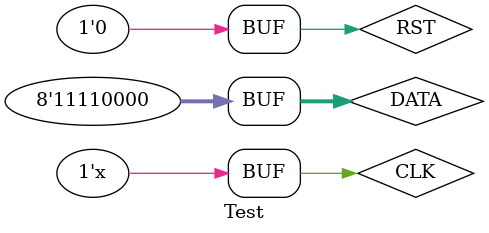
<source format=v>
`timescale 1ns / 1ps


module Test;

	// Inputs
	reg CLK;
	reg RST;
	reg [7:0] DATA;

	// Outputs
	wire TX;
	wire [3:0] count_r;

	// Instantiate the Unit Under Test (UUT)
	UART uut (
		.CLK(CLK), 
		.RST(RST), 
		.DATA(DATA), 
		.TX(TX), 
		.count_r(count_r)
	);

	initial begin
		// Initialize Inputs
		CLK = 0;
		RST = 1;
		DATA = 8'b11110000;

		// Wait 100 ns for global reset to finish
		#100;
		RST=0;
        
		// Add stimulus here

	end
	always begin
	# 41.667 CLK =~ CLK;
	end
      
endmodule


</source>
